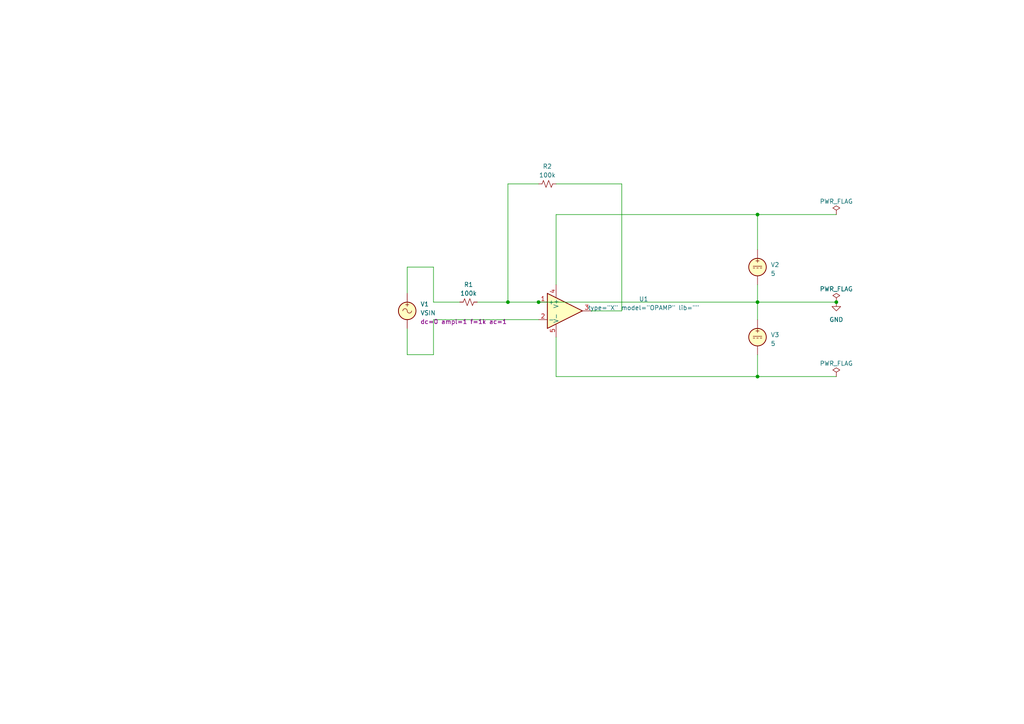
<source format=kicad_sch>
(kicad_sch (version 20230121) (generator eeschema)
  (paper "A4")
  (lib_symbols
    (symbol "Device:R_Small_US" (pin_numbers hide) (pin_names (offset 0.254) hide)
      (property "Reference" "R" (at 0.762 0.508 0))
      (property "Value" "R_Small_US" (at 0.762 -1.016 0))
      (symbol "R_Small_US_1_1"
        (polyline (pts (xy 0 0) (xy 1.016 -0.381) (xy 0 -0.762) (xy -1.016 -1.143) (xy 0 -1.524)))
        (polyline (pts (xy 0 1.524) (xy 1.016 1.143) (xy 0 0.762) (xy -1.016 0.381) (xy 0 0)))
        (pin passive line (at 0 2.54 270) (length 1.016) (name "~") (number "1"))
        (pin passive line (at 0 -2.54 90) (length 1.016) (name "~") (number "2"))
      )
    )
    (symbol "Simulation_SPICE:OPAMP" (pin_names (offset 0.254))
      (property "Reference" "U" (at 3.81 3.175 0))
      (property "Value" "${SIM.PARAMS}" (at 3.81 -3.175 0))
      (symbol "OPAMP_0_1"
        (polyline (pts (xy 5.08 0) (xy -5.08 5.08) (xy -5.08 -5.08) (xy 5.08 0)) (stroke (width 0.254)) (fill (type background)))
      )
      (symbol "OPAMP_1_1"
        (pin input line (at -7.62 2.54 0) (length 2.54) (name "+") (number "1"))
        (pin input line (at -7.62 -2.54 0) (length 2.54) (name "-") (number "2"))
        (pin output line (at 7.62 0 180) (length 2.54) (name "~") (number "3"))
        (pin power_in line (at -2.54 7.62 270) (length 3.81) (name "V+") (number "4"))
        (pin power_in line (at -2.54 -7.62 90) (length 3.81) (name "V-") (number "5"))
      )
    )
    (symbol "Simulation_SPICE:VDC" (pin_numbers hide) (pin_names (offset 0.0254))
      (property "Reference" "V" (at 2.54 2.54 0))
      (property "Value" "1" (at 2.54 0 0))
      (symbol "VDC_0_0"
        (polyline (pts (xy -1.27 0.254) (xy 1.27 0.254)))
        (polyline (pts (xy -0.762 -0.254) (xy -1.27 -0.254)))
        (polyline (pts (xy 0.254 -0.254) (xy -0.254 -0.254)))
        (polyline (pts (xy 1.27 -0.254) (xy 0.762 -0.254)))
        (text "+" (at 0 1.905 0) (effects (font (size 1.27 1.27))))
      )
      (symbol "VDC_0_1"
        (circle (center 0 0) (radius 2.54) (stroke (width 0.254)) (fill (type background)))
      )
      (symbol "VDC_1_1"
        (pin passive line (at 0 5.08 270) (length 2.54) (name "~") (number "1"))
        (pin passive line (at 0 -5.08 90) (length 2.54) (name "~") (number "2"))
      )
    )
    (symbol "Simulation_SPICE:VSIN" (pin_numbers hide) (pin_names (offset 0.0254))
      (property "Reference" "V" (at 2.54 2.54 0))
      (property "Value" "VSIN" (at 2.54 0 0))
      (property "Sim.Params" "dc=0 ampl=1 f=1k ac=1" (at 2.54 -2.54 0))
      (symbol "VSIN_0_0"
        (arc (start 0 0) (mid -0.635 0.6323) (end -1.27 0))
        (arc (start 0 0) (mid 0.635 -0.6323) (end 1.27 0))
        (text "+" (at 0 1.905 0) (effects (font (size 1.27 1.27))))
      )
      (symbol "VSIN_0_1"
        (circle (center 0 0) (radius 2.54) (stroke (width 0.254)) (fill (type background)))
      )
      (symbol "VSIN_1_1"
        (pin passive line (at 0 5.08 270) (length 2.54) (name "~") (number "1"))
        (pin passive line (at 0 -5.08 90) (length 2.54) (name "~") (number "2"))
      )
    )
    (symbol "power:GND" (power) (pin_names (offset 0))
      (property "Value" "GND" (at 0 -3.81 0))
      (symbol "GND_0_1"
        (polyline (pts (xy 0 0) (xy 0 -1.27) (xy 1.27 -1.27) (xy 0 -2.54) (xy -1.27 -1.27) (xy 0 -1.27)))
      )
      (symbol "GND_1_1"
        (pin power_in line (at 0 0 270) (length 0) hide (name "GND") (number "1"))
      )
    )
    (symbol "power:PWR_FLAG" (power) (pin_numbers hide) (pin_names (offset 0) hide)
      (property "Value" "PWR_FLAG" (at 0 3.81 0))
      (symbol "PWR_FLAG_0_0"
        (pin power_out line (at 0 0 90) (length 0) (name "pwr") (number "1"))
      )
      (symbol "PWR_FLAG_0_1"
        (polyline (pts (xy 0 0) (xy 0 1.27) (xy -1.016 1.905) (xy 0 2.54) (xy 1.016 1.905) (xy 0 1.27)))
      )
    )
  )
  (junction (at 156.21 87.63))
  (junction (at 219.71 109.22))
  (junction (at 219.71 62.23))
  (junction (at 242.57 87.63))
  (junction (at 147.32 87.63))
  (junction (at 219.71 87.63))
  (wire (pts (xy 219.71 87.63) (xy 242.57 87.63)))
  (wire (pts (xy 118.11 95.25) (xy 118.11 102.87)))
  (wire (pts (xy 118.11 77.47) (xy 118.11 85.09)))
  (wire (pts (xy 118.11 102.87) (xy 125.73 102.87)))
  (wire (pts (xy 219.71 62.23) (xy 242.57 62.23)))
  (wire (pts (xy 219.71 102.87) (xy 219.71 109.22)))
  (wire (pts (xy 125.73 77.47) (xy 118.11 77.47)))
  (wire (pts (xy 180.34 53.34) (xy 180.34 90.17)))
  (wire (pts (xy 219.71 62.23) (xy 219.71 72.39)))
  (wire (pts (xy 125.73 87.63) (xy 125.73 77.47)))
  (wire (pts (xy 161.29 53.34) (xy 180.34 53.34)))
  (wire (pts (xy 161.29 82.55) (xy 161.29 62.23)))
  (wire (pts (xy 156.21 87.63) (xy 219.71 87.63)))
  (wire (pts (xy 161.29 62.23) (xy 219.71 62.23)))
  (wire (pts (xy 125.73 92.71) (xy 156.21 92.71)))
  (wire (pts (xy 161.29 109.22) (xy 219.71 109.22)))
  (wire (pts (xy 180.34 90.17) (xy 171.45 90.17)))
  (wire (pts (xy 161.29 109.22) (xy 161.29 97.79)))
  (wire (pts (xy 147.32 87.63) (xy 156.21 87.63)))
  (wire (pts (xy 219.71 87.63) (xy 219.71 92.71)))
  (wire (pts (xy 219.71 109.22) (xy 242.57 109.22)))
  (wire (pts (xy 156.21 53.34) (xy 147.32 53.34)))
  (wire (pts (xy 147.32 53.34) (xy 147.32 87.63)))
  (wire (pts (xy 138.43 87.63) (xy 147.32 87.63)))
  (wire (pts (xy 125.73 102.87) (xy 125.73 92.71)))
  (wire (pts (xy 219.71 82.55) (xy 219.71 87.63)))
  (wire (pts (xy 133.35 87.63) (xy 125.73 87.63)))
  (symbol (lib_id "Device:R_Small_US") (at 135.89 87.63 90) (unit 1)
    (property "Reference" "R1" (at 135.89 82.55 90))
    (property "Value" "100k" (at 135.89 85.09 90))
  )
  (symbol (lib_id "power:GND") (at 242.57 87.63 0) (unit 1)
    (property "Reference" "#PWR01" (effects hide))
    (property "Value" "GND" (at 242.57 92.71 0))
  )
  (symbol (lib_id "Simulation_SPICE:VSIN") (at 118.11 90.17 0) (unit 1)
    (property "Reference" "V1" (at 121.92 88.2292 0) (effects (justify left)))
    (property "Value" "VSIN" (at 121.92 90.7692 0) (effects (justify left)))
    (property "Sim.Pins" "1=+ 2=-" (effects hide))
    (property "Sim.Params" "dc=0 ampl=1 f=1k ac=1" (at 121.92 93.3092 0) (effects (justify left)))
    (property "Sim.Type" "SIN" (effects hide))
    (property "Sim.Device" "V" (effects hide))
  )
  (symbol (lib_id "Simulation_SPICE:VDC") (at 219.71 77.47 0) (unit 1)
    (property "Reference" "V2" (at 223.52 76.7992 0) (effects (justify left)))
    (property "Value" "5" (at 223.52 79.3392 0) (effects (justify left)))
    (property "Sim.Pins" "1=+ 2=-" (effects hide))
    (property "Sim.Type" "DC" (effects hide))
    (property "Sim.Device" "V" (effects hide))
  )
  (symbol (lib_id "Device:R_Small_US") (at 158.75 53.34 90) (unit 1)
    (property "Reference" "R2" (at 158.75 48.26 90))
    (property "Value" "100k" (at 158.75 50.8 90))
  )
  (symbol (lib_id "power:PWR_FLAG") (at 242.57 109.22 0) (unit 1)
    (property "Reference" "#FLG02" (effects hide))
    (property "Value" "PWR_FLAG" (at 242.57 105.41 0))
  )
  (symbol (lib_id "Simulation_SPICE:OPAMP") (at 163.83 90.17 0) (unit 1)
    (property "Reference" "U1" (at 186.69 86.7411 0))
    (property "Value" "${SIM.PARAMS}" (at 186.69 89.2811 0))
    (property "Sim.Pins" "1=1 2=2 3=3 4=4 5=5" (effects hide))
    (property "Sim.Device" "SPICE" (effects hide))
    (property "Sim.Params" "type=\"X\" model=\"OPAMP\" lib=\"\"" (effects hide))
  )
  (symbol (lib_id "Simulation_SPICE:VDC") (at 219.71 97.79 0) (unit 1)
    (property "Reference" "V3" (at 223.52 97.1192 0) (effects (justify left)))
    (property "Value" "5" (at 223.52 99.6592 0) (effects (justify left)))
    (property "Sim.Pins" "1=+ 2=-" (effects hide))
    (property "Sim.Type" "DC" (effects hide))
    (property "Sim.Device" "V" (effects hide))
  )
  (symbol (lib_id "power:PWR_FLAG") (at 242.57 62.23 0) (unit 1)
    (property "Reference" "#FLG01" (effects hide))
    (property "Value" "PWR_FLAG" (at 242.57 58.42 0))
  )
  (symbol (lib_id "power:PWR_FLAG") (at 242.57 87.63 0) (unit 1)
    (property "Reference" "#FLG03" (effects hide))
    (property "Value" "PWR_FLAG" (at 242.57 83.82 0))
  )
)
</source>
